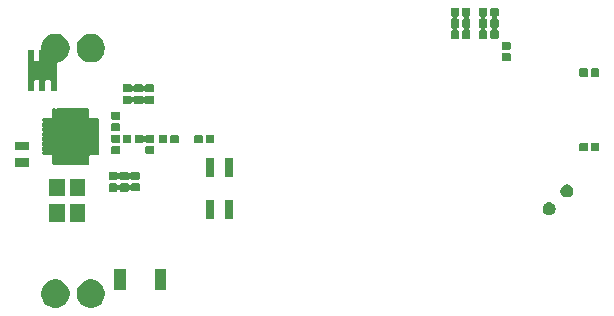
<source format=gbr>
G04 #@! TF.GenerationSoftware,KiCad,Pcbnew,5.1.5-52549c5~84~ubuntu19.04.1*
G04 #@! TF.CreationDate,2020-02-08T22:23:32+01:00*
G04 #@! TF.ProjectId,ilulissat,696c756c-6973-4736-9174-2e6b69636164,rev?*
G04 #@! TF.SameCoordinates,Original*
G04 #@! TF.FileFunction,Soldermask,Top*
G04 #@! TF.FilePolarity,Negative*
%FSLAX46Y46*%
G04 Gerber Fmt 4.6, Leading zero omitted, Abs format (unit mm)*
G04 Created by KiCad (PCBNEW 5.1.5-52549c5~84~ubuntu19.04.1) date 2020-02-08 22:23:32*
%MOMM*%
%LPD*%
G04 APERTURE LIST*
%ADD10C,0.100000*%
G04 APERTURE END LIST*
D10*
G36*
X149850318Y-109245153D02*
G01*
X150068885Y-109335687D01*
X150068887Y-109335688D01*
X150265593Y-109467122D01*
X150432878Y-109634407D01*
X150564312Y-109831113D01*
X150564313Y-109831115D01*
X150654847Y-110049682D01*
X150701000Y-110281710D01*
X150701000Y-110518290D01*
X150654847Y-110750318D01*
X150564313Y-110968885D01*
X150564312Y-110968887D01*
X150432878Y-111165593D01*
X150265593Y-111332878D01*
X150068887Y-111464312D01*
X150068886Y-111464313D01*
X150068885Y-111464313D01*
X149850318Y-111554847D01*
X149618290Y-111601000D01*
X149381710Y-111601000D01*
X149149682Y-111554847D01*
X148931115Y-111464313D01*
X148931114Y-111464313D01*
X148931113Y-111464312D01*
X148734407Y-111332878D01*
X148567122Y-111165593D01*
X148435688Y-110968887D01*
X148435687Y-110968885D01*
X148345153Y-110750318D01*
X148299000Y-110518290D01*
X148299000Y-110281710D01*
X148345153Y-110049682D01*
X148435687Y-109831115D01*
X148435688Y-109831113D01*
X148567122Y-109634407D01*
X148734407Y-109467122D01*
X148931113Y-109335688D01*
X148931115Y-109335687D01*
X149149682Y-109245153D01*
X149381710Y-109199000D01*
X149618290Y-109199000D01*
X149850318Y-109245153D01*
G37*
G36*
X146850318Y-109245153D02*
G01*
X147068885Y-109335687D01*
X147068887Y-109335688D01*
X147265593Y-109467122D01*
X147432878Y-109634407D01*
X147564312Y-109831113D01*
X147564313Y-109831115D01*
X147654847Y-110049682D01*
X147701000Y-110281710D01*
X147701000Y-110518290D01*
X147654847Y-110750318D01*
X147564313Y-110968885D01*
X147564312Y-110968887D01*
X147432878Y-111165593D01*
X147265593Y-111332878D01*
X147068887Y-111464312D01*
X147068886Y-111464313D01*
X147068885Y-111464313D01*
X146850318Y-111554847D01*
X146618290Y-111601000D01*
X146381710Y-111601000D01*
X146149682Y-111554847D01*
X145931115Y-111464313D01*
X145931114Y-111464313D01*
X145931113Y-111464312D01*
X145734407Y-111332878D01*
X145567122Y-111165593D01*
X145435688Y-110968887D01*
X145435687Y-110968885D01*
X145345153Y-110750318D01*
X145299000Y-110518290D01*
X145299000Y-110281710D01*
X145345153Y-110049682D01*
X145435687Y-109831115D01*
X145435688Y-109831113D01*
X145567122Y-109634407D01*
X145734407Y-109467122D01*
X145931113Y-109335688D01*
X145931115Y-109335687D01*
X146149682Y-109245153D01*
X146381710Y-109199000D01*
X146618290Y-109199000D01*
X146850318Y-109245153D01*
G37*
G36*
X155901000Y-110101000D02*
G01*
X154899000Y-110101000D01*
X154899000Y-108299000D01*
X155901000Y-108299000D01*
X155901000Y-110101000D01*
G37*
G36*
X152501000Y-110101000D02*
G01*
X151499000Y-110101000D01*
X151499000Y-108299000D01*
X152501000Y-108299000D01*
X152501000Y-110101000D01*
G37*
G36*
X147301000Y-104351000D02*
G01*
X145999000Y-104351000D01*
X145999000Y-102849000D01*
X147301000Y-102849000D01*
X147301000Y-104351000D01*
G37*
G36*
X149001000Y-104351000D02*
G01*
X147699000Y-104351000D01*
X147699000Y-102849000D01*
X149001000Y-102849000D01*
X149001000Y-104351000D01*
G37*
G36*
X159951000Y-104051000D02*
G01*
X159249000Y-104051000D01*
X159249000Y-102449000D01*
X159951000Y-102449000D01*
X159951000Y-104051000D01*
G37*
G36*
X161551000Y-104051000D02*
G01*
X160849000Y-104051000D01*
X160849000Y-102449000D01*
X161551000Y-102449000D01*
X161551000Y-104051000D01*
G37*
G36*
X188460721Y-102670174D02*
G01*
X188560995Y-102711709D01*
X188560996Y-102711710D01*
X188651242Y-102772010D01*
X188727990Y-102848758D01*
X188758345Y-102894188D01*
X188788291Y-102939005D01*
X188829826Y-103039279D01*
X188851000Y-103145730D01*
X188851000Y-103254270D01*
X188829826Y-103360721D01*
X188788291Y-103460995D01*
X188788290Y-103460996D01*
X188727990Y-103551242D01*
X188651242Y-103627990D01*
X188605812Y-103658345D01*
X188560995Y-103688291D01*
X188460721Y-103729826D01*
X188354270Y-103751000D01*
X188245730Y-103751000D01*
X188139279Y-103729826D01*
X188039005Y-103688291D01*
X187994188Y-103658345D01*
X187948758Y-103627990D01*
X187872010Y-103551242D01*
X187811710Y-103460996D01*
X187811709Y-103460995D01*
X187770174Y-103360721D01*
X187749000Y-103254270D01*
X187749000Y-103145730D01*
X187770174Y-103039279D01*
X187811709Y-102939005D01*
X187841655Y-102894188D01*
X187872010Y-102848758D01*
X187948758Y-102772010D01*
X188039004Y-102711710D01*
X188039005Y-102711709D01*
X188139279Y-102670174D01*
X188245730Y-102649000D01*
X188354270Y-102649000D01*
X188460721Y-102670174D01*
G37*
G36*
X189960721Y-101170174D02*
G01*
X190060995Y-101211709D01*
X190060996Y-101211710D01*
X190151242Y-101272010D01*
X190227990Y-101348758D01*
X190227991Y-101348760D01*
X190288291Y-101439005D01*
X190329826Y-101539279D01*
X190351000Y-101645730D01*
X190351000Y-101754270D01*
X190329826Y-101860721D01*
X190288291Y-101960995D01*
X190288290Y-101960996D01*
X190227990Y-102051242D01*
X190151242Y-102127990D01*
X190116805Y-102151000D01*
X190060995Y-102188291D01*
X189960721Y-102229826D01*
X189854270Y-102251000D01*
X189745730Y-102251000D01*
X189639279Y-102229826D01*
X189539005Y-102188291D01*
X189483195Y-102151000D01*
X189448758Y-102127990D01*
X189372010Y-102051242D01*
X189311710Y-101960996D01*
X189311709Y-101960995D01*
X189270174Y-101860721D01*
X189249000Y-101754270D01*
X189249000Y-101645730D01*
X189270174Y-101539279D01*
X189311709Y-101439005D01*
X189372009Y-101348760D01*
X189372010Y-101348758D01*
X189448758Y-101272010D01*
X189539004Y-101211710D01*
X189539005Y-101211709D01*
X189639279Y-101170174D01*
X189745730Y-101149000D01*
X189854270Y-101149000D01*
X189960721Y-101170174D01*
G37*
G36*
X147301000Y-102151000D02*
G01*
X145999000Y-102151000D01*
X145999000Y-100649000D01*
X147301000Y-100649000D01*
X147301000Y-102151000D01*
G37*
G36*
X149001000Y-102151000D02*
G01*
X147699000Y-102151000D01*
X147699000Y-100649000D01*
X149001000Y-100649000D01*
X149001000Y-102151000D01*
G37*
G36*
X153548738Y-101056516D02*
G01*
X153569357Y-101062771D01*
X153588353Y-101072924D01*
X153605008Y-101086592D01*
X153618676Y-101103247D01*
X153628829Y-101122243D01*
X153635084Y-101142862D01*
X153637800Y-101170440D01*
X153637800Y-101629160D01*
X153635084Y-101656738D01*
X153628829Y-101677357D01*
X153618676Y-101696353D01*
X153605008Y-101713008D01*
X153588353Y-101726676D01*
X153569357Y-101736829D01*
X153548738Y-101743084D01*
X153521160Y-101745800D01*
X153012440Y-101745800D01*
X152984862Y-101743084D01*
X152964243Y-101736829D01*
X152945247Y-101726676D01*
X152928592Y-101713008D01*
X152914924Y-101696353D01*
X152912277Y-101691400D01*
X152898663Y-101671026D01*
X152881336Y-101653699D01*
X152860961Y-101640086D01*
X152838322Y-101630709D01*
X152814289Y-101625929D01*
X152789785Y-101625929D01*
X152765751Y-101630710D01*
X152743113Y-101640088D01*
X152722739Y-101653702D01*
X152705412Y-101671029D01*
X152691800Y-101691402D01*
X152682365Y-101709053D01*
X152668698Y-101725708D01*
X152652043Y-101739376D01*
X152633047Y-101749529D01*
X152612428Y-101755784D01*
X152584850Y-101758500D01*
X152076130Y-101758500D01*
X152048552Y-101755784D01*
X152027933Y-101749529D01*
X152008937Y-101739376D01*
X151992282Y-101725708D01*
X151978616Y-101709055D01*
X151964479Y-101682607D01*
X151950865Y-101662232D01*
X151933537Y-101644905D01*
X151913163Y-101631292D01*
X151890524Y-101621915D01*
X151866490Y-101617135D01*
X151841986Y-101617135D01*
X151817953Y-101621916D01*
X151795315Y-101631293D01*
X151774940Y-101644907D01*
X151757613Y-101662235D01*
X151744001Y-101682607D01*
X151729864Y-101709055D01*
X151716198Y-101725708D01*
X151699543Y-101739376D01*
X151680547Y-101749529D01*
X151659928Y-101755784D01*
X151632350Y-101758500D01*
X151123630Y-101758500D01*
X151096052Y-101755784D01*
X151075433Y-101749529D01*
X151056437Y-101739376D01*
X151039782Y-101725708D01*
X151026114Y-101709053D01*
X151015961Y-101690057D01*
X151009706Y-101669438D01*
X151006990Y-101641860D01*
X151006990Y-101183140D01*
X151009706Y-101155562D01*
X151015961Y-101134943D01*
X151026114Y-101115947D01*
X151039782Y-101099292D01*
X151056437Y-101085624D01*
X151075433Y-101075471D01*
X151096052Y-101069216D01*
X151123630Y-101066500D01*
X151632350Y-101066500D01*
X151659928Y-101069216D01*
X151680547Y-101075471D01*
X151699543Y-101085624D01*
X151716198Y-101099292D01*
X151729864Y-101115945D01*
X151744001Y-101142393D01*
X151757615Y-101162768D01*
X151774943Y-101180095D01*
X151795317Y-101193708D01*
X151817956Y-101203085D01*
X151841990Y-101207865D01*
X151866494Y-101207865D01*
X151890527Y-101203084D01*
X151913165Y-101193707D01*
X151933540Y-101180093D01*
X151950867Y-101162765D01*
X151964479Y-101142393D01*
X151978616Y-101115945D01*
X151992282Y-101099292D01*
X152008937Y-101085624D01*
X152027933Y-101075471D01*
X152048552Y-101069216D01*
X152076130Y-101066500D01*
X152584850Y-101066500D01*
X152612428Y-101069216D01*
X152633047Y-101075471D01*
X152652043Y-101085624D01*
X152668698Y-101099292D01*
X152682366Y-101115947D01*
X152685013Y-101120900D01*
X152698627Y-101141274D01*
X152715954Y-101158601D01*
X152736329Y-101172214D01*
X152758968Y-101181591D01*
X152783001Y-101186371D01*
X152807505Y-101186371D01*
X152831539Y-101181590D01*
X152854177Y-101172212D01*
X152874551Y-101158598D01*
X152891878Y-101141271D01*
X152905490Y-101120898D01*
X152914925Y-101103247D01*
X152928592Y-101086592D01*
X152945247Y-101072924D01*
X152964243Y-101062771D01*
X152984862Y-101056516D01*
X153012440Y-101053800D01*
X153521160Y-101053800D01*
X153548738Y-101056516D01*
G37*
G36*
X153548738Y-100086516D02*
G01*
X153569357Y-100092771D01*
X153588353Y-100102924D01*
X153605008Y-100116592D01*
X153618676Y-100133247D01*
X153628829Y-100152243D01*
X153635084Y-100172862D01*
X153637800Y-100200440D01*
X153637800Y-100659160D01*
X153635084Y-100686738D01*
X153628829Y-100707357D01*
X153618676Y-100726353D01*
X153605008Y-100743008D01*
X153588353Y-100756676D01*
X153569357Y-100766829D01*
X153548738Y-100773084D01*
X153521160Y-100775800D01*
X153012440Y-100775800D01*
X152984862Y-100773084D01*
X152964243Y-100766829D01*
X152945247Y-100756676D01*
X152928592Y-100743008D01*
X152914924Y-100726353D01*
X152912277Y-100721400D01*
X152898663Y-100701026D01*
X152881336Y-100683699D01*
X152860961Y-100670086D01*
X152838322Y-100660709D01*
X152814289Y-100655929D01*
X152789785Y-100655929D01*
X152765751Y-100660710D01*
X152743113Y-100670088D01*
X152722739Y-100683702D01*
X152705412Y-100701029D01*
X152691800Y-100721402D01*
X152682365Y-100739053D01*
X152668698Y-100755708D01*
X152652043Y-100769376D01*
X152633047Y-100779529D01*
X152612428Y-100785784D01*
X152584850Y-100788500D01*
X152076130Y-100788500D01*
X152048552Y-100785784D01*
X152027933Y-100779529D01*
X152008937Y-100769376D01*
X151992282Y-100755708D01*
X151978616Y-100739055D01*
X151964479Y-100712607D01*
X151950865Y-100692232D01*
X151933537Y-100674905D01*
X151913163Y-100661292D01*
X151890524Y-100651915D01*
X151866490Y-100647135D01*
X151841986Y-100647135D01*
X151817953Y-100651916D01*
X151795315Y-100661293D01*
X151774940Y-100674907D01*
X151757613Y-100692235D01*
X151744001Y-100712607D01*
X151729864Y-100739055D01*
X151716198Y-100755708D01*
X151699543Y-100769376D01*
X151680547Y-100779529D01*
X151659928Y-100785784D01*
X151632350Y-100788500D01*
X151123630Y-100788500D01*
X151096052Y-100785784D01*
X151075433Y-100779529D01*
X151056437Y-100769376D01*
X151039782Y-100755708D01*
X151026114Y-100739053D01*
X151015961Y-100720057D01*
X151009706Y-100699438D01*
X151006990Y-100671860D01*
X151006990Y-100213140D01*
X151009706Y-100185562D01*
X151015961Y-100164943D01*
X151026114Y-100145947D01*
X151039782Y-100129292D01*
X151056437Y-100115624D01*
X151075433Y-100105471D01*
X151096052Y-100099216D01*
X151123630Y-100096500D01*
X151632350Y-100096500D01*
X151659928Y-100099216D01*
X151680547Y-100105471D01*
X151699543Y-100115624D01*
X151716198Y-100129292D01*
X151729864Y-100145945D01*
X151744001Y-100172393D01*
X151757615Y-100192768D01*
X151774943Y-100210095D01*
X151795317Y-100223708D01*
X151817956Y-100233085D01*
X151841990Y-100237865D01*
X151866494Y-100237865D01*
X151890527Y-100233084D01*
X151913165Y-100223707D01*
X151933540Y-100210093D01*
X151950867Y-100192765D01*
X151964479Y-100172393D01*
X151978616Y-100145945D01*
X151992282Y-100129292D01*
X152008937Y-100115624D01*
X152027933Y-100105471D01*
X152048552Y-100099216D01*
X152076130Y-100096500D01*
X152584850Y-100096500D01*
X152612428Y-100099216D01*
X152633047Y-100105471D01*
X152652043Y-100115624D01*
X152668698Y-100129292D01*
X152682366Y-100145947D01*
X152685013Y-100150900D01*
X152698627Y-100171274D01*
X152715954Y-100188601D01*
X152736329Y-100202214D01*
X152758968Y-100211591D01*
X152783001Y-100216371D01*
X152807505Y-100216371D01*
X152831539Y-100211590D01*
X152854177Y-100202212D01*
X152874551Y-100188598D01*
X152891878Y-100171271D01*
X152905490Y-100150898D01*
X152914925Y-100133247D01*
X152928592Y-100116592D01*
X152945247Y-100102924D01*
X152964243Y-100092771D01*
X152984862Y-100086516D01*
X153012440Y-100083800D01*
X153521160Y-100083800D01*
X153548738Y-100086516D01*
G37*
G36*
X161551000Y-100551000D02*
G01*
X160849000Y-100551000D01*
X160849000Y-98949000D01*
X161551000Y-98949000D01*
X161551000Y-100551000D01*
G37*
G36*
X159951000Y-100551000D02*
G01*
X159249000Y-100551000D01*
X159249000Y-98949000D01*
X159951000Y-98949000D01*
X159951000Y-100551000D01*
G37*
G36*
X144301000Y-99651000D02*
G01*
X143099000Y-99651000D01*
X143099000Y-98949000D01*
X144301000Y-98949000D01*
X144301000Y-99651000D01*
G37*
G36*
X146458126Y-94698698D02*
G01*
X146458730Y-94698757D01*
X146479460Y-94702881D01*
X146497844Y-94710496D01*
X146501538Y-94712964D01*
X146523149Y-94724516D01*
X146546598Y-94731629D01*
X146570984Y-94734031D01*
X146595370Y-94731629D01*
X146618819Y-94724516D01*
X146650282Y-94705658D01*
X146655109Y-94701696D01*
X146657255Y-94700550D01*
X146659584Y-94699843D01*
X146668143Y-94699000D01*
X146931857Y-94699000D01*
X146940416Y-94699843D01*
X146944556Y-94701099D01*
X146963716Y-94709035D01*
X146987750Y-94713815D01*
X147012254Y-94713815D01*
X147036287Y-94709034D01*
X147055445Y-94701099D01*
X147059584Y-94699843D01*
X147068143Y-94699000D01*
X147331857Y-94699000D01*
X147340416Y-94699843D01*
X147344556Y-94701099D01*
X147363716Y-94709035D01*
X147387750Y-94713815D01*
X147412254Y-94713815D01*
X147436287Y-94709034D01*
X147455445Y-94701099D01*
X147459584Y-94699843D01*
X147468143Y-94699000D01*
X147731857Y-94699000D01*
X147740416Y-94699843D01*
X147744556Y-94701099D01*
X147763716Y-94709035D01*
X147787750Y-94713815D01*
X147812254Y-94713815D01*
X147836287Y-94709034D01*
X147855445Y-94701099D01*
X147859584Y-94699843D01*
X147868143Y-94699000D01*
X148131857Y-94699000D01*
X148140416Y-94699843D01*
X148144556Y-94701099D01*
X148163716Y-94709035D01*
X148187750Y-94713815D01*
X148212254Y-94713815D01*
X148236287Y-94709034D01*
X148255445Y-94701099D01*
X148259584Y-94699843D01*
X148268143Y-94699000D01*
X148531857Y-94699000D01*
X148540416Y-94699843D01*
X148544556Y-94701099D01*
X148563716Y-94709035D01*
X148587750Y-94713815D01*
X148612254Y-94713815D01*
X148636287Y-94709034D01*
X148655445Y-94701099D01*
X148659584Y-94699843D01*
X148668143Y-94699000D01*
X148931857Y-94699000D01*
X148940416Y-94699843D01*
X148942745Y-94700550D01*
X148944891Y-94701696D01*
X148949718Y-94705658D01*
X148970092Y-94719272D01*
X148992731Y-94728649D01*
X149016764Y-94733429D01*
X149041268Y-94733429D01*
X149065302Y-94728648D01*
X149098462Y-94712964D01*
X149102156Y-94710496D01*
X149120540Y-94702881D01*
X149141270Y-94698757D01*
X149141874Y-94698698D01*
X149153062Y-94698148D01*
X149246938Y-94698148D01*
X149258126Y-94698698D01*
X149258730Y-94698757D01*
X149279460Y-94702881D01*
X149297842Y-94710495D01*
X149314386Y-94721550D01*
X149328450Y-94735614D01*
X149339505Y-94752158D01*
X149347119Y-94770540D01*
X149351243Y-94791270D01*
X149351302Y-94791874D01*
X149351852Y-94803062D01*
X149351852Y-95423149D01*
X149354254Y-95447535D01*
X149361367Y-95470984D01*
X149372918Y-95492595D01*
X149388463Y-95511537D01*
X149407405Y-95527082D01*
X149429016Y-95538633D01*
X149452465Y-95545746D01*
X149476851Y-95548148D01*
X150096938Y-95548148D01*
X150108126Y-95548698D01*
X150108730Y-95548757D01*
X150129460Y-95552881D01*
X150147842Y-95560495D01*
X150164386Y-95571550D01*
X150178450Y-95585614D01*
X150189505Y-95602158D01*
X150197119Y-95620540D01*
X150201243Y-95641270D01*
X150201302Y-95641874D01*
X150201852Y-95653062D01*
X150201852Y-95746938D01*
X150201302Y-95758126D01*
X150201243Y-95758730D01*
X150197119Y-95779460D01*
X150189504Y-95797844D01*
X150187036Y-95801538D01*
X150175484Y-95823149D01*
X150168371Y-95846598D01*
X150165969Y-95870984D01*
X150168371Y-95895370D01*
X150175484Y-95918819D01*
X150194342Y-95950282D01*
X150198304Y-95955109D01*
X150199450Y-95957255D01*
X150200157Y-95959584D01*
X150201000Y-95968143D01*
X150201000Y-96231857D01*
X150200157Y-96240416D01*
X150198901Y-96244556D01*
X150190965Y-96263716D01*
X150186185Y-96287750D01*
X150186185Y-96312254D01*
X150190966Y-96336287D01*
X150198901Y-96355445D01*
X150200157Y-96359584D01*
X150201000Y-96368143D01*
X150201000Y-96631857D01*
X150200157Y-96640416D01*
X150198901Y-96644556D01*
X150190965Y-96663716D01*
X150186185Y-96687750D01*
X150186185Y-96712254D01*
X150190966Y-96736287D01*
X150198901Y-96755445D01*
X150200157Y-96759584D01*
X150201000Y-96768143D01*
X150201000Y-97031857D01*
X150200157Y-97040416D01*
X150198901Y-97044556D01*
X150190965Y-97063716D01*
X150186185Y-97087750D01*
X150186185Y-97112254D01*
X150190966Y-97136287D01*
X150198901Y-97155445D01*
X150200157Y-97159584D01*
X150201000Y-97168143D01*
X150201000Y-97431857D01*
X150200157Y-97440416D01*
X150198901Y-97444556D01*
X150190965Y-97463716D01*
X150186185Y-97487750D01*
X150186185Y-97512254D01*
X150190966Y-97536287D01*
X150198901Y-97555445D01*
X150200157Y-97559584D01*
X150201000Y-97568143D01*
X150201000Y-97831857D01*
X150200157Y-97840416D01*
X150198901Y-97844556D01*
X150190965Y-97863716D01*
X150186185Y-97887750D01*
X150186185Y-97912254D01*
X150190966Y-97936287D01*
X150198901Y-97955445D01*
X150200157Y-97959584D01*
X150201000Y-97968143D01*
X150201000Y-98231857D01*
X150200157Y-98240416D01*
X150199450Y-98242745D01*
X150198304Y-98244891D01*
X150194342Y-98249718D01*
X150180728Y-98270092D01*
X150171351Y-98292731D01*
X150166571Y-98316764D01*
X150166571Y-98341268D01*
X150171352Y-98365302D01*
X150187036Y-98398462D01*
X150189504Y-98402156D01*
X150197119Y-98420540D01*
X150201243Y-98441270D01*
X150201302Y-98441874D01*
X150201852Y-98453062D01*
X150201852Y-98546938D01*
X150201302Y-98558126D01*
X150201243Y-98558730D01*
X150197119Y-98579460D01*
X150189505Y-98597842D01*
X150178450Y-98614386D01*
X150164386Y-98628450D01*
X150147842Y-98639505D01*
X150129460Y-98647119D01*
X150108730Y-98651243D01*
X150108126Y-98651302D01*
X150096938Y-98651852D01*
X149476851Y-98651852D01*
X149452465Y-98654254D01*
X149429016Y-98661367D01*
X149407405Y-98672918D01*
X149388463Y-98688463D01*
X149372918Y-98707405D01*
X149361367Y-98729016D01*
X149354254Y-98752465D01*
X149351852Y-98776851D01*
X149351852Y-99396938D01*
X149351302Y-99408126D01*
X149351243Y-99408730D01*
X149347119Y-99429460D01*
X149339505Y-99447842D01*
X149328450Y-99464386D01*
X149314386Y-99478450D01*
X149297842Y-99489505D01*
X149279460Y-99497119D01*
X149258730Y-99501243D01*
X149258126Y-99501302D01*
X149246938Y-99501852D01*
X149153062Y-99501852D01*
X149141874Y-99501302D01*
X149141270Y-99501243D01*
X149120540Y-99497119D01*
X149102156Y-99489504D01*
X149098462Y-99487036D01*
X149076851Y-99475484D01*
X149053402Y-99468371D01*
X149029016Y-99465969D01*
X149004630Y-99468371D01*
X148981181Y-99475484D01*
X148949718Y-99494342D01*
X148944891Y-99498304D01*
X148942745Y-99499450D01*
X148940416Y-99500157D01*
X148931857Y-99501000D01*
X148668143Y-99501000D01*
X148659584Y-99500157D01*
X148655444Y-99498901D01*
X148636284Y-99490965D01*
X148612250Y-99486185D01*
X148587746Y-99486185D01*
X148563713Y-99490966D01*
X148544555Y-99498901D01*
X148540416Y-99500157D01*
X148531857Y-99501000D01*
X148268143Y-99501000D01*
X148259584Y-99500157D01*
X148255444Y-99498901D01*
X148236284Y-99490965D01*
X148212250Y-99486185D01*
X148187746Y-99486185D01*
X148163713Y-99490966D01*
X148144555Y-99498901D01*
X148140416Y-99500157D01*
X148131857Y-99501000D01*
X147868143Y-99501000D01*
X147859584Y-99500157D01*
X147855444Y-99498901D01*
X147836284Y-99490965D01*
X147812250Y-99486185D01*
X147787746Y-99486185D01*
X147763713Y-99490966D01*
X147744555Y-99498901D01*
X147740416Y-99500157D01*
X147731857Y-99501000D01*
X147468143Y-99501000D01*
X147459584Y-99500157D01*
X147455444Y-99498901D01*
X147436284Y-99490965D01*
X147412250Y-99486185D01*
X147387746Y-99486185D01*
X147363713Y-99490966D01*
X147344555Y-99498901D01*
X147340416Y-99500157D01*
X147331857Y-99501000D01*
X147068143Y-99501000D01*
X147059584Y-99500157D01*
X147055444Y-99498901D01*
X147036284Y-99490965D01*
X147012250Y-99486185D01*
X146987746Y-99486185D01*
X146963713Y-99490966D01*
X146944555Y-99498901D01*
X146940416Y-99500157D01*
X146931857Y-99501000D01*
X146668143Y-99501000D01*
X146659584Y-99500157D01*
X146657255Y-99499450D01*
X146655109Y-99498304D01*
X146650282Y-99494342D01*
X146629908Y-99480728D01*
X146607269Y-99471351D01*
X146583236Y-99466571D01*
X146558732Y-99466571D01*
X146534698Y-99471352D01*
X146501538Y-99487036D01*
X146497844Y-99489504D01*
X146479460Y-99497119D01*
X146458730Y-99501243D01*
X146458126Y-99501302D01*
X146446938Y-99501852D01*
X146353062Y-99501852D01*
X146341874Y-99501302D01*
X146341270Y-99501243D01*
X146320540Y-99497119D01*
X146302158Y-99489505D01*
X146285614Y-99478450D01*
X146271550Y-99464386D01*
X146260495Y-99447842D01*
X146252881Y-99429460D01*
X146248757Y-99408730D01*
X146248698Y-99408126D01*
X146248148Y-99396938D01*
X146248148Y-98776851D01*
X146245746Y-98752465D01*
X146238633Y-98729016D01*
X146227082Y-98707405D01*
X146211537Y-98688463D01*
X146192595Y-98672918D01*
X146170984Y-98661367D01*
X146147535Y-98654254D01*
X146123149Y-98651852D01*
X145503062Y-98651852D01*
X145491874Y-98651302D01*
X145491270Y-98651243D01*
X145470540Y-98647119D01*
X145452158Y-98639505D01*
X145435614Y-98628450D01*
X145421550Y-98614386D01*
X145410495Y-98597842D01*
X145402881Y-98579460D01*
X145398757Y-98558730D01*
X145398698Y-98558126D01*
X145398148Y-98546938D01*
X145398148Y-98453062D01*
X145398698Y-98441874D01*
X145398757Y-98441270D01*
X145402881Y-98420540D01*
X145410496Y-98402156D01*
X145412964Y-98398462D01*
X145424516Y-98376851D01*
X145431629Y-98353402D01*
X145434031Y-98329016D01*
X145431629Y-98304630D01*
X145424516Y-98281181D01*
X145405658Y-98249718D01*
X145401696Y-98244891D01*
X145400550Y-98242745D01*
X145399843Y-98240416D01*
X145399000Y-98231857D01*
X145399000Y-97968143D01*
X145399843Y-97959584D01*
X145401099Y-97955444D01*
X145409035Y-97936284D01*
X145413815Y-97912250D01*
X145413815Y-97887746D01*
X145409034Y-97863713D01*
X145401099Y-97844555D01*
X145399843Y-97840416D01*
X145399000Y-97831857D01*
X145399000Y-97568143D01*
X145399843Y-97559584D01*
X145401099Y-97555444D01*
X145409035Y-97536284D01*
X145413815Y-97512250D01*
X145413815Y-97487746D01*
X145409034Y-97463713D01*
X145401099Y-97444555D01*
X145399843Y-97440416D01*
X145399000Y-97431857D01*
X145399000Y-97168143D01*
X145399843Y-97159584D01*
X145401099Y-97155444D01*
X145409035Y-97136284D01*
X145413815Y-97112250D01*
X145413815Y-97087746D01*
X145409034Y-97063713D01*
X145401099Y-97044555D01*
X145399843Y-97040416D01*
X145399000Y-97031857D01*
X145399000Y-96768143D01*
X145399843Y-96759584D01*
X145401099Y-96755444D01*
X145409035Y-96736284D01*
X145413815Y-96712250D01*
X145413815Y-96687746D01*
X145409034Y-96663713D01*
X145401099Y-96644555D01*
X145399843Y-96640416D01*
X145399000Y-96631857D01*
X145399000Y-96368143D01*
X145399843Y-96359584D01*
X145401099Y-96355444D01*
X145409035Y-96336284D01*
X145413815Y-96312250D01*
X145413815Y-96287746D01*
X145409034Y-96263713D01*
X145401099Y-96244555D01*
X145399843Y-96240416D01*
X145399000Y-96231857D01*
X145399000Y-95968143D01*
X145399843Y-95959584D01*
X145400550Y-95957255D01*
X145401696Y-95955109D01*
X145405658Y-95950282D01*
X145419272Y-95929908D01*
X145428649Y-95907269D01*
X145433429Y-95883236D01*
X145433429Y-95858732D01*
X145428648Y-95834698D01*
X145412964Y-95801538D01*
X145410496Y-95797844D01*
X145402881Y-95779460D01*
X145398757Y-95758730D01*
X145398698Y-95758126D01*
X145398148Y-95746938D01*
X145398148Y-95653062D01*
X145398698Y-95641874D01*
X145398757Y-95641270D01*
X145402881Y-95620540D01*
X145410495Y-95602158D01*
X145421550Y-95585614D01*
X145435614Y-95571550D01*
X145452158Y-95560495D01*
X145470540Y-95552881D01*
X145491270Y-95548757D01*
X145491874Y-95548698D01*
X145503062Y-95548148D01*
X146123149Y-95548148D01*
X146147535Y-95545746D01*
X146170984Y-95538633D01*
X146192595Y-95527082D01*
X146211537Y-95511537D01*
X146227082Y-95492595D01*
X146238633Y-95470984D01*
X146245746Y-95447535D01*
X146248148Y-95423149D01*
X146248148Y-94803062D01*
X146248698Y-94791874D01*
X146248757Y-94791270D01*
X146252881Y-94770540D01*
X146260495Y-94752158D01*
X146271550Y-94735614D01*
X146285614Y-94721550D01*
X146302158Y-94710495D01*
X146320540Y-94702881D01*
X146341270Y-94698757D01*
X146341874Y-94698698D01*
X146353062Y-94698148D01*
X146446938Y-94698148D01*
X146458126Y-94698698D01*
G37*
G36*
X154781938Y-97901716D02*
G01*
X154802557Y-97907971D01*
X154821553Y-97918124D01*
X154838208Y-97931792D01*
X154851876Y-97948447D01*
X154862029Y-97967443D01*
X154868284Y-97988062D01*
X154871000Y-98015640D01*
X154871000Y-98474360D01*
X154868284Y-98501938D01*
X154862029Y-98522557D01*
X154851876Y-98541553D01*
X154838208Y-98558208D01*
X154821553Y-98571876D01*
X154802557Y-98582029D01*
X154781938Y-98588284D01*
X154754360Y-98591000D01*
X154245640Y-98591000D01*
X154218062Y-98588284D01*
X154197443Y-98582029D01*
X154178447Y-98571876D01*
X154161792Y-98558208D01*
X154148124Y-98541553D01*
X154137971Y-98522557D01*
X154131716Y-98501938D01*
X154129000Y-98474360D01*
X154129000Y-98015640D01*
X154131716Y-97988062D01*
X154137971Y-97967443D01*
X154148124Y-97948447D01*
X154161792Y-97931792D01*
X154178447Y-97918124D01*
X154197443Y-97907971D01*
X154218062Y-97901716D01*
X154245640Y-97899000D01*
X154754360Y-97899000D01*
X154781938Y-97901716D01*
G37*
G36*
X151881938Y-97901716D02*
G01*
X151902557Y-97907971D01*
X151921553Y-97918124D01*
X151938208Y-97931792D01*
X151951876Y-97948447D01*
X151962029Y-97967443D01*
X151968284Y-97988062D01*
X151971000Y-98015640D01*
X151971000Y-98474360D01*
X151968284Y-98501938D01*
X151962029Y-98522557D01*
X151951876Y-98541553D01*
X151938208Y-98558208D01*
X151921553Y-98571876D01*
X151902557Y-98582029D01*
X151881938Y-98588284D01*
X151854360Y-98591000D01*
X151345640Y-98591000D01*
X151318062Y-98588284D01*
X151297443Y-98582029D01*
X151278447Y-98571876D01*
X151261792Y-98558208D01*
X151248124Y-98541553D01*
X151237971Y-98522557D01*
X151231716Y-98501938D01*
X151229000Y-98474360D01*
X151229000Y-98015640D01*
X151231716Y-97988062D01*
X151237971Y-97967443D01*
X151248124Y-97948447D01*
X151261792Y-97931792D01*
X151278447Y-97918124D01*
X151297443Y-97907971D01*
X151318062Y-97901716D01*
X151345640Y-97899000D01*
X151854360Y-97899000D01*
X151881938Y-97901716D01*
G37*
G36*
X191471938Y-97609716D02*
G01*
X191492557Y-97615971D01*
X191511553Y-97626124D01*
X191528208Y-97639792D01*
X191541876Y-97656447D01*
X191552029Y-97675443D01*
X191558284Y-97696062D01*
X191561000Y-97723640D01*
X191561000Y-98232360D01*
X191558284Y-98259938D01*
X191552029Y-98280557D01*
X191541876Y-98299553D01*
X191528208Y-98316208D01*
X191511553Y-98329876D01*
X191492557Y-98340029D01*
X191471938Y-98346284D01*
X191444360Y-98349000D01*
X190985640Y-98349000D01*
X190958062Y-98346284D01*
X190937443Y-98340029D01*
X190918447Y-98329876D01*
X190901792Y-98316208D01*
X190888124Y-98299553D01*
X190877971Y-98280557D01*
X190871716Y-98259938D01*
X190869000Y-98232360D01*
X190869000Y-97723640D01*
X190871716Y-97696062D01*
X190877971Y-97675443D01*
X190888124Y-97656447D01*
X190901792Y-97639792D01*
X190918447Y-97626124D01*
X190937443Y-97615971D01*
X190958062Y-97609716D01*
X190985640Y-97607000D01*
X191444360Y-97607000D01*
X191471938Y-97609716D01*
G37*
G36*
X192441938Y-97609716D02*
G01*
X192462557Y-97615971D01*
X192481553Y-97626124D01*
X192498208Y-97639792D01*
X192511876Y-97656447D01*
X192522029Y-97675443D01*
X192528284Y-97696062D01*
X192531000Y-97723640D01*
X192531000Y-98232360D01*
X192528284Y-98259938D01*
X192522029Y-98280557D01*
X192511876Y-98299553D01*
X192498208Y-98316208D01*
X192481553Y-98329876D01*
X192462557Y-98340029D01*
X192441938Y-98346284D01*
X192414360Y-98349000D01*
X191955640Y-98349000D01*
X191928062Y-98346284D01*
X191907443Y-98340029D01*
X191888447Y-98329876D01*
X191871792Y-98316208D01*
X191858124Y-98299553D01*
X191847971Y-98280557D01*
X191841716Y-98259938D01*
X191839000Y-98232360D01*
X191839000Y-97723640D01*
X191841716Y-97696062D01*
X191847971Y-97675443D01*
X191858124Y-97656447D01*
X191871792Y-97639792D01*
X191888447Y-97626124D01*
X191907443Y-97615971D01*
X191928062Y-97609716D01*
X191955640Y-97607000D01*
X192414360Y-97607000D01*
X192441938Y-97609716D01*
G37*
G36*
X144301000Y-98251000D02*
G01*
X143099000Y-98251000D01*
X143099000Y-97549000D01*
X144301000Y-97549000D01*
X144301000Y-98251000D01*
G37*
G36*
X152851938Y-96931716D02*
G01*
X152872557Y-96937971D01*
X152891553Y-96948124D01*
X152908208Y-96961792D01*
X152921876Y-96978447D01*
X152932029Y-96997443D01*
X152938284Y-97018062D01*
X152941000Y-97045640D01*
X152941000Y-97554360D01*
X152938284Y-97581938D01*
X152932029Y-97602557D01*
X152921876Y-97621553D01*
X152908208Y-97638208D01*
X152891553Y-97651876D01*
X152872557Y-97662029D01*
X152851938Y-97668284D01*
X152824360Y-97671000D01*
X152365640Y-97671000D01*
X152338062Y-97668284D01*
X152317443Y-97662029D01*
X152298447Y-97651876D01*
X152281792Y-97638208D01*
X152268124Y-97621553D01*
X152257971Y-97602557D01*
X152251716Y-97581938D01*
X152249000Y-97554360D01*
X152249000Y-97045640D01*
X152251716Y-97018062D01*
X152257971Y-96997443D01*
X152268124Y-96978447D01*
X152281792Y-96961792D01*
X152298447Y-96948124D01*
X152317443Y-96937971D01*
X152338062Y-96931716D01*
X152365640Y-96929000D01*
X152824360Y-96929000D01*
X152851938Y-96931716D01*
G37*
G36*
X153821938Y-96931716D02*
G01*
X153842557Y-96937971D01*
X153861553Y-96948124D01*
X153878208Y-96961792D01*
X153891876Y-96978447D01*
X153904703Y-97002444D01*
X153909759Y-97014653D01*
X153923373Y-97035027D01*
X153940699Y-97052355D01*
X153961073Y-97065969D01*
X153983712Y-97075347D01*
X154007745Y-97080128D01*
X154032249Y-97080128D01*
X154056283Y-97075348D01*
X154078922Y-97065972D01*
X154099296Y-97052358D01*
X154116624Y-97035032D01*
X154130238Y-97014658D01*
X154135296Y-97002447D01*
X154148124Y-96978447D01*
X154161792Y-96961792D01*
X154178447Y-96948124D01*
X154197443Y-96937971D01*
X154218062Y-96931716D01*
X154245640Y-96929000D01*
X154754360Y-96929000D01*
X154781938Y-96931716D01*
X154802557Y-96937971D01*
X154821553Y-96948124D01*
X154838208Y-96961792D01*
X154851876Y-96978447D01*
X154862029Y-96997443D01*
X154868284Y-97018062D01*
X154871000Y-97045640D01*
X154871000Y-97504360D01*
X154868284Y-97531938D01*
X154862029Y-97552557D01*
X154851876Y-97571553D01*
X154838208Y-97588208D01*
X154821553Y-97601876D01*
X154802557Y-97612029D01*
X154781938Y-97618284D01*
X154754360Y-97621000D01*
X154245640Y-97621000D01*
X154218062Y-97618284D01*
X154197443Y-97612029D01*
X154178447Y-97601876D01*
X154161792Y-97588208D01*
X154148126Y-97571554D01*
X154139382Y-97555197D01*
X154125768Y-97534823D01*
X154108440Y-97517496D01*
X154088065Y-97503883D01*
X154065426Y-97494506D01*
X154041393Y-97489727D01*
X154016889Y-97489727D01*
X153992856Y-97494508D01*
X153970217Y-97503886D01*
X153949843Y-97517500D01*
X153932516Y-97534828D01*
X153918903Y-97555203D01*
X153909527Y-97577840D01*
X153902030Y-97602556D01*
X153891876Y-97621553D01*
X153878208Y-97638208D01*
X153861553Y-97651876D01*
X153842557Y-97662029D01*
X153821938Y-97668284D01*
X153794360Y-97671000D01*
X153335640Y-97671000D01*
X153308062Y-97668284D01*
X153287443Y-97662029D01*
X153268447Y-97651876D01*
X153251792Y-97638208D01*
X153238124Y-97621553D01*
X153227971Y-97602557D01*
X153221716Y-97581938D01*
X153219000Y-97554360D01*
X153219000Y-97045640D01*
X153221716Y-97018062D01*
X153227971Y-96997443D01*
X153238124Y-96978447D01*
X153251792Y-96961792D01*
X153268447Y-96948124D01*
X153287443Y-96937971D01*
X153308062Y-96931716D01*
X153335640Y-96929000D01*
X153794360Y-96929000D01*
X153821938Y-96931716D01*
G37*
G36*
X155871938Y-96931716D02*
G01*
X155892557Y-96937971D01*
X155911553Y-96948124D01*
X155928208Y-96961792D01*
X155941876Y-96978447D01*
X155952029Y-96997443D01*
X155958284Y-97018062D01*
X155961000Y-97045640D01*
X155961000Y-97554360D01*
X155958284Y-97581938D01*
X155952029Y-97602557D01*
X155941876Y-97621553D01*
X155928208Y-97638208D01*
X155911553Y-97651876D01*
X155892557Y-97662029D01*
X155871938Y-97668284D01*
X155844360Y-97671000D01*
X155385640Y-97671000D01*
X155358062Y-97668284D01*
X155337443Y-97662029D01*
X155318447Y-97651876D01*
X155301792Y-97638208D01*
X155288124Y-97621553D01*
X155277971Y-97602557D01*
X155271716Y-97581938D01*
X155269000Y-97554360D01*
X155269000Y-97045640D01*
X155271716Y-97018062D01*
X155277971Y-96997443D01*
X155288124Y-96978447D01*
X155301792Y-96961792D01*
X155318447Y-96948124D01*
X155337443Y-96937971D01*
X155358062Y-96931716D01*
X155385640Y-96929000D01*
X155844360Y-96929000D01*
X155871938Y-96931716D01*
G37*
G36*
X156841938Y-96931716D02*
G01*
X156862557Y-96937971D01*
X156881553Y-96948124D01*
X156898208Y-96961792D01*
X156911876Y-96978447D01*
X156922029Y-96997443D01*
X156928284Y-97018062D01*
X156931000Y-97045640D01*
X156931000Y-97554360D01*
X156928284Y-97581938D01*
X156922029Y-97602557D01*
X156911876Y-97621553D01*
X156898208Y-97638208D01*
X156881553Y-97651876D01*
X156862557Y-97662029D01*
X156841938Y-97668284D01*
X156814360Y-97671000D01*
X156355640Y-97671000D01*
X156328062Y-97668284D01*
X156307443Y-97662029D01*
X156288447Y-97651876D01*
X156271792Y-97638208D01*
X156258124Y-97621553D01*
X156247971Y-97602557D01*
X156241716Y-97581938D01*
X156239000Y-97554360D01*
X156239000Y-97045640D01*
X156241716Y-97018062D01*
X156247971Y-96997443D01*
X156258124Y-96978447D01*
X156271792Y-96961792D01*
X156288447Y-96948124D01*
X156307443Y-96937971D01*
X156328062Y-96931716D01*
X156355640Y-96929000D01*
X156814360Y-96929000D01*
X156841938Y-96931716D01*
G37*
G36*
X158871938Y-96931716D02*
G01*
X158892557Y-96937971D01*
X158911553Y-96948124D01*
X158928208Y-96961792D01*
X158941876Y-96978447D01*
X158952029Y-96997443D01*
X158958284Y-97018062D01*
X158961000Y-97045640D01*
X158961000Y-97554360D01*
X158958284Y-97581938D01*
X158952029Y-97602557D01*
X158941876Y-97621553D01*
X158928208Y-97638208D01*
X158911553Y-97651876D01*
X158892557Y-97662029D01*
X158871938Y-97668284D01*
X158844360Y-97671000D01*
X158385640Y-97671000D01*
X158358062Y-97668284D01*
X158337443Y-97662029D01*
X158318447Y-97651876D01*
X158301792Y-97638208D01*
X158288124Y-97621553D01*
X158277971Y-97602557D01*
X158271716Y-97581938D01*
X158269000Y-97554360D01*
X158269000Y-97045640D01*
X158271716Y-97018062D01*
X158277971Y-96997443D01*
X158288124Y-96978447D01*
X158301792Y-96961792D01*
X158318447Y-96948124D01*
X158337443Y-96937971D01*
X158358062Y-96931716D01*
X158385640Y-96929000D01*
X158844360Y-96929000D01*
X158871938Y-96931716D01*
G37*
G36*
X159841938Y-96931716D02*
G01*
X159862557Y-96937971D01*
X159881553Y-96948124D01*
X159898208Y-96961792D01*
X159911876Y-96978447D01*
X159922029Y-96997443D01*
X159928284Y-97018062D01*
X159931000Y-97045640D01*
X159931000Y-97554360D01*
X159928284Y-97581938D01*
X159922029Y-97602557D01*
X159911876Y-97621553D01*
X159898208Y-97638208D01*
X159881553Y-97651876D01*
X159862557Y-97662029D01*
X159841938Y-97668284D01*
X159814360Y-97671000D01*
X159355640Y-97671000D01*
X159328062Y-97668284D01*
X159307443Y-97662029D01*
X159288447Y-97651876D01*
X159271792Y-97638208D01*
X159258124Y-97621553D01*
X159247971Y-97602557D01*
X159241716Y-97581938D01*
X159239000Y-97554360D01*
X159239000Y-97045640D01*
X159241716Y-97018062D01*
X159247971Y-96997443D01*
X159258124Y-96978447D01*
X159271792Y-96961792D01*
X159288447Y-96948124D01*
X159307443Y-96937971D01*
X159328062Y-96931716D01*
X159355640Y-96929000D01*
X159814360Y-96929000D01*
X159841938Y-96931716D01*
G37*
G36*
X151881938Y-96931716D02*
G01*
X151902557Y-96937971D01*
X151921553Y-96948124D01*
X151938208Y-96961792D01*
X151951876Y-96978447D01*
X151962029Y-96997443D01*
X151968284Y-97018062D01*
X151971000Y-97045640D01*
X151971000Y-97504360D01*
X151968284Y-97531938D01*
X151962029Y-97552557D01*
X151951876Y-97571553D01*
X151938208Y-97588208D01*
X151921553Y-97601876D01*
X151902557Y-97612029D01*
X151881938Y-97618284D01*
X151854360Y-97621000D01*
X151345640Y-97621000D01*
X151318062Y-97618284D01*
X151297443Y-97612029D01*
X151278447Y-97601876D01*
X151261792Y-97588208D01*
X151248124Y-97571553D01*
X151237971Y-97552557D01*
X151231716Y-97531938D01*
X151229000Y-97504360D01*
X151229000Y-97045640D01*
X151231716Y-97018062D01*
X151237971Y-96997443D01*
X151248124Y-96978447D01*
X151261792Y-96961792D01*
X151278447Y-96948124D01*
X151297443Y-96937971D01*
X151318062Y-96931716D01*
X151345640Y-96929000D01*
X151854360Y-96929000D01*
X151881938Y-96931716D01*
G37*
G36*
X151881938Y-95964206D02*
G01*
X151902557Y-95970461D01*
X151921553Y-95980614D01*
X151938208Y-95994282D01*
X151951876Y-96010937D01*
X151962029Y-96029933D01*
X151968284Y-96050552D01*
X151971000Y-96078130D01*
X151971000Y-96536850D01*
X151968284Y-96564428D01*
X151962029Y-96585047D01*
X151951876Y-96604043D01*
X151938208Y-96620698D01*
X151921553Y-96634366D01*
X151902557Y-96644519D01*
X151881938Y-96650774D01*
X151854360Y-96653490D01*
X151345640Y-96653490D01*
X151318062Y-96650774D01*
X151297443Y-96644519D01*
X151278447Y-96634366D01*
X151261792Y-96620698D01*
X151248124Y-96604043D01*
X151237971Y-96585047D01*
X151231716Y-96564428D01*
X151229000Y-96536850D01*
X151229000Y-96078130D01*
X151231716Y-96050552D01*
X151237971Y-96029933D01*
X151248124Y-96010937D01*
X151261792Y-95994282D01*
X151278447Y-95980614D01*
X151297443Y-95970461D01*
X151318062Y-95964206D01*
X151345640Y-95961490D01*
X151854360Y-95961490D01*
X151881938Y-95964206D01*
G37*
G36*
X151881938Y-94994206D02*
G01*
X151902557Y-95000461D01*
X151921553Y-95010614D01*
X151938208Y-95024282D01*
X151951876Y-95040937D01*
X151962029Y-95059933D01*
X151968284Y-95080552D01*
X151971000Y-95108130D01*
X151971000Y-95566850D01*
X151968284Y-95594428D01*
X151962029Y-95615047D01*
X151951876Y-95634043D01*
X151938208Y-95650698D01*
X151921553Y-95664366D01*
X151902557Y-95674519D01*
X151881938Y-95680774D01*
X151854360Y-95683490D01*
X151345640Y-95683490D01*
X151318062Y-95680774D01*
X151297443Y-95674519D01*
X151278447Y-95664366D01*
X151261792Y-95650698D01*
X151248124Y-95634043D01*
X151237971Y-95615047D01*
X151231716Y-95594428D01*
X151229000Y-95566850D01*
X151229000Y-95108130D01*
X151231716Y-95080552D01*
X151237971Y-95059933D01*
X151248124Y-95040937D01*
X151261792Y-95024282D01*
X151278447Y-95010614D01*
X151297443Y-95000461D01*
X151318062Y-94994206D01*
X151345640Y-94991490D01*
X151854360Y-94991490D01*
X151881938Y-94994206D01*
G37*
G36*
X152859928Y-93641716D02*
G01*
X152880547Y-93647971D01*
X152899543Y-93658124D01*
X152916198Y-93671792D01*
X152929864Y-93688445D01*
X152944001Y-93714893D01*
X152957615Y-93735268D01*
X152974943Y-93752595D01*
X152995317Y-93766208D01*
X153017956Y-93775585D01*
X153041990Y-93780365D01*
X153066494Y-93780365D01*
X153090527Y-93775584D01*
X153113165Y-93766207D01*
X153133540Y-93752593D01*
X153150867Y-93735265D01*
X153164479Y-93714893D01*
X153178616Y-93688445D01*
X153192282Y-93671792D01*
X153208937Y-93658124D01*
X153227933Y-93647971D01*
X153248552Y-93641716D01*
X153276130Y-93639000D01*
X153784850Y-93639000D01*
X153812428Y-93641716D01*
X153833047Y-93647971D01*
X153852043Y-93658124D01*
X153868698Y-93671792D01*
X153882364Y-93688445D01*
X153888406Y-93699749D01*
X153902020Y-93720123D01*
X153919347Y-93737450D01*
X153939722Y-93751064D01*
X153962361Y-93760441D01*
X153986394Y-93765221D01*
X154010898Y-93765221D01*
X154034931Y-93760440D01*
X154057570Y-93751063D01*
X154077944Y-93737449D01*
X154095271Y-93720122D01*
X154108884Y-93699749D01*
X154114926Y-93688445D01*
X154128592Y-93671792D01*
X154145247Y-93658124D01*
X154164243Y-93647971D01*
X154184862Y-93641716D01*
X154212440Y-93639000D01*
X154721160Y-93639000D01*
X154748738Y-93641716D01*
X154769357Y-93647971D01*
X154788353Y-93658124D01*
X154805008Y-93671792D01*
X154818676Y-93688447D01*
X154828829Y-93707443D01*
X154835084Y-93728062D01*
X154837800Y-93755640D01*
X154837800Y-94214360D01*
X154835084Y-94241938D01*
X154828829Y-94262557D01*
X154818676Y-94281553D01*
X154805008Y-94298208D01*
X154788353Y-94311876D01*
X154769357Y-94322029D01*
X154748738Y-94328284D01*
X154721160Y-94331000D01*
X154212440Y-94331000D01*
X154184862Y-94328284D01*
X154164243Y-94322029D01*
X154145247Y-94311876D01*
X154128592Y-94298208D01*
X154114926Y-94281555D01*
X154108884Y-94270251D01*
X154095270Y-94249877D01*
X154077943Y-94232550D01*
X154057568Y-94218936D01*
X154034929Y-94209559D01*
X154010896Y-94204779D01*
X153986392Y-94204779D01*
X153962359Y-94209560D01*
X153939720Y-94218937D01*
X153919346Y-94232551D01*
X153902019Y-94249878D01*
X153888406Y-94270251D01*
X153882364Y-94281555D01*
X153868698Y-94298208D01*
X153852043Y-94311876D01*
X153833047Y-94322029D01*
X153812428Y-94328284D01*
X153784850Y-94331000D01*
X153276130Y-94331000D01*
X153248552Y-94328284D01*
X153227933Y-94322029D01*
X153208937Y-94311876D01*
X153192282Y-94298208D01*
X153178616Y-94281555D01*
X153164479Y-94255107D01*
X153150865Y-94234732D01*
X153133537Y-94217405D01*
X153113163Y-94203792D01*
X153090524Y-94194415D01*
X153066490Y-94189635D01*
X153041986Y-94189635D01*
X153017953Y-94194416D01*
X152995315Y-94203793D01*
X152974940Y-94217407D01*
X152957613Y-94234735D01*
X152944001Y-94255107D01*
X152929864Y-94281555D01*
X152916198Y-94298208D01*
X152899543Y-94311876D01*
X152880547Y-94322029D01*
X152859928Y-94328284D01*
X152832350Y-94331000D01*
X152323630Y-94331000D01*
X152296052Y-94328284D01*
X152275433Y-94322029D01*
X152256437Y-94311876D01*
X152239782Y-94298208D01*
X152226114Y-94281553D01*
X152215961Y-94262557D01*
X152209706Y-94241938D01*
X152206990Y-94214360D01*
X152206990Y-93755640D01*
X152209706Y-93728062D01*
X152215961Y-93707443D01*
X152226114Y-93688447D01*
X152239782Y-93671792D01*
X152256437Y-93658124D01*
X152275433Y-93647971D01*
X152296052Y-93641716D01*
X152323630Y-93639000D01*
X152832350Y-93639000D01*
X152859928Y-93641716D01*
G37*
G36*
X152859928Y-92671716D02*
G01*
X152880547Y-92677971D01*
X152899543Y-92688124D01*
X152916198Y-92701792D01*
X152929864Y-92718445D01*
X152944001Y-92744893D01*
X152957615Y-92765268D01*
X152974943Y-92782595D01*
X152995317Y-92796208D01*
X153017956Y-92805585D01*
X153041990Y-92810365D01*
X153066494Y-92810365D01*
X153090527Y-92805584D01*
X153113165Y-92796207D01*
X153133540Y-92782593D01*
X153150867Y-92765265D01*
X153164479Y-92744893D01*
X153178616Y-92718445D01*
X153192282Y-92701792D01*
X153208937Y-92688124D01*
X153227933Y-92677971D01*
X153248552Y-92671716D01*
X153276130Y-92669000D01*
X153784850Y-92669000D01*
X153812428Y-92671716D01*
X153833047Y-92677971D01*
X153852043Y-92688124D01*
X153868698Y-92701792D01*
X153882364Y-92718445D01*
X153888406Y-92729749D01*
X153902020Y-92750123D01*
X153919347Y-92767450D01*
X153939722Y-92781064D01*
X153962361Y-92790441D01*
X153986394Y-92795221D01*
X154010898Y-92795221D01*
X154034931Y-92790440D01*
X154057570Y-92781063D01*
X154077944Y-92767449D01*
X154095271Y-92750122D01*
X154108884Y-92729749D01*
X154114926Y-92718445D01*
X154128592Y-92701792D01*
X154145247Y-92688124D01*
X154164243Y-92677971D01*
X154184862Y-92671716D01*
X154212440Y-92669000D01*
X154721160Y-92669000D01*
X154748738Y-92671716D01*
X154769357Y-92677971D01*
X154788353Y-92688124D01*
X154805008Y-92701792D01*
X154818676Y-92718447D01*
X154828829Y-92737443D01*
X154835084Y-92758062D01*
X154837800Y-92785640D01*
X154837800Y-93244360D01*
X154835084Y-93271938D01*
X154828829Y-93292557D01*
X154818676Y-93311553D01*
X154805008Y-93328208D01*
X154788353Y-93341876D01*
X154769357Y-93352029D01*
X154748738Y-93358284D01*
X154721160Y-93361000D01*
X154212440Y-93361000D01*
X154184862Y-93358284D01*
X154164243Y-93352029D01*
X154145247Y-93341876D01*
X154128592Y-93328208D01*
X154114926Y-93311555D01*
X154108884Y-93300251D01*
X154095270Y-93279877D01*
X154077943Y-93262550D01*
X154057568Y-93248936D01*
X154034929Y-93239559D01*
X154010896Y-93234779D01*
X153986392Y-93234779D01*
X153962359Y-93239560D01*
X153939720Y-93248937D01*
X153919346Y-93262551D01*
X153902019Y-93279878D01*
X153888406Y-93300251D01*
X153882364Y-93311555D01*
X153868698Y-93328208D01*
X153852043Y-93341876D01*
X153833047Y-93352029D01*
X153812428Y-93358284D01*
X153784850Y-93361000D01*
X153276130Y-93361000D01*
X153248552Y-93358284D01*
X153227933Y-93352029D01*
X153208937Y-93341876D01*
X153192282Y-93328208D01*
X153178616Y-93311555D01*
X153164479Y-93285107D01*
X153150865Y-93264732D01*
X153133537Y-93247405D01*
X153113163Y-93233792D01*
X153090524Y-93224415D01*
X153066490Y-93219635D01*
X153041986Y-93219635D01*
X153017953Y-93224416D01*
X152995315Y-93233793D01*
X152974940Y-93247407D01*
X152957613Y-93264735D01*
X152944001Y-93285107D01*
X152929864Y-93311555D01*
X152916198Y-93328208D01*
X152899543Y-93341876D01*
X152880547Y-93352029D01*
X152859928Y-93358284D01*
X152832350Y-93361000D01*
X152323630Y-93361000D01*
X152296052Y-93358284D01*
X152275433Y-93352029D01*
X152256437Y-93341876D01*
X152239782Y-93328208D01*
X152226114Y-93311553D01*
X152215961Y-93292557D01*
X152209706Y-93271938D01*
X152206990Y-93244360D01*
X152206990Y-92785640D01*
X152209706Y-92758062D01*
X152215961Y-92737443D01*
X152226114Y-92718447D01*
X152239782Y-92701792D01*
X152256437Y-92688124D01*
X152275433Y-92677971D01*
X152296052Y-92671716D01*
X152323630Y-92669000D01*
X152832350Y-92669000D01*
X152859928Y-92671716D01*
G37*
G36*
X146850318Y-88445153D02*
G01*
X147068885Y-88535687D01*
X147068887Y-88535688D01*
X147265593Y-88667122D01*
X147432878Y-88834407D01*
X147564312Y-89031113D01*
X147564313Y-89031115D01*
X147654847Y-89249682D01*
X147701000Y-89481710D01*
X147701000Y-89718290D01*
X147654847Y-89950318D01*
X147580891Y-90128862D01*
X147564312Y-90168887D01*
X147432878Y-90365593D01*
X147265593Y-90532878D01*
X147068887Y-90664312D01*
X147068886Y-90664313D01*
X147068885Y-90664313D01*
X146850318Y-90754847D01*
X146751613Y-90774481D01*
X146728164Y-90781594D01*
X146706553Y-90793145D01*
X146687611Y-90808691D01*
X146672066Y-90827633D01*
X146660515Y-90849243D01*
X146653402Y-90872692D01*
X146651000Y-90897078D01*
X146651000Y-92326623D01*
X146637611Y-92337611D01*
X146622066Y-92356553D01*
X146610515Y-92378164D01*
X146603402Y-92401613D01*
X146601000Y-92425999D01*
X146601000Y-93251000D01*
X146099000Y-93251000D01*
X146099000Y-92425999D01*
X146096598Y-92401613D01*
X146089485Y-92378164D01*
X146077934Y-92356553D01*
X146062389Y-92337611D01*
X146043447Y-92322066D01*
X146021836Y-92310515D01*
X145998387Y-92303402D01*
X145974001Y-92301000D01*
X145775999Y-92301000D01*
X145751613Y-92303402D01*
X145728164Y-92310515D01*
X145706553Y-92322066D01*
X145687611Y-92337611D01*
X145672066Y-92356553D01*
X145660515Y-92378164D01*
X145653402Y-92401613D01*
X145651000Y-92425999D01*
X145651000Y-93251000D01*
X145149000Y-93251000D01*
X145149000Y-92425999D01*
X145146598Y-92401613D01*
X145139485Y-92378164D01*
X145127934Y-92356553D01*
X145112389Y-92337611D01*
X145093447Y-92322066D01*
X145071836Y-92310515D01*
X145048387Y-92303402D01*
X145024001Y-92301000D01*
X144825999Y-92301000D01*
X144801613Y-92303402D01*
X144778164Y-92310515D01*
X144756553Y-92322066D01*
X144737611Y-92337611D01*
X144722066Y-92356553D01*
X144710515Y-92378164D01*
X144703402Y-92401613D01*
X144701000Y-92425999D01*
X144701000Y-93251000D01*
X144199000Y-93251000D01*
X144199000Y-92425999D01*
X144196598Y-92401613D01*
X144189485Y-92378164D01*
X144177934Y-92356553D01*
X144162389Y-92337611D01*
X144149000Y-92326623D01*
X144149000Y-90673377D01*
X144162389Y-90662389D01*
X144177934Y-90643447D01*
X144189485Y-90621836D01*
X144196598Y-90598387D01*
X144199000Y-90574001D01*
X144199000Y-89749000D01*
X144701000Y-89749000D01*
X144701000Y-90574001D01*
X144703402Y-90598387D01*
X144710515Y-90621836D01*
X144722066Y-90643447D01*
X144737611Y-90662389D01*
X144756553Y-90677934D01*
X144778164Y-90689485D01*
X144801613Y-90696598D01*
X144825999Y-90699000D01*
X145024001Y-90699000D01*
X145048387Y-90696598D01*
X145071836Y-90689485D01*
X145093447Y-90677934D01*
X145112389Y-90662389D01*
X145127934Y-90643447D01*
X145139485Y-90621836D01*
X145146598Y-90598387D01*
X145149000Y-90574001D01*
X145149000Y-89749000D01*
X145174001Y-89749000D01*
X145198387Y-89746598D01*
X145221836Y-89739485D01*
X145243447Y-89727934D01*
X145262389Y-89712389D01*
X145277934Y-89693447D01*
X145289485Y-89671836D01*
X145296598Y-89648387D01*
X145299000Y-89624001D01*
X145299000Y-89481710D01*
X145345153Y-89249682D01*
X145435687Y-89031115D01*
X145435688Y-89031113D01*
X145567122Y-88834407D01*
X145734407Y-88667122D01*
X145931113Y-88535688D01*
X145931115Y-88535687D01*
X146149682Y-88445153D01*
X146381710Y-88399000D01*
X146618290Y-88399000D01*
X146850318Y-88445153D01*
G37*
G36*
X191471938Y-91331716D02*
G01*
X191492557Y-91337971D01*
X191511553Y-91348124D01*
X191528208Y-91361792D01*
X191541876Y-91378447D01*
X191552029Y-91397443D01*
X191558284Y-91418062D01*
X191561000Y-91445640D01*
X191561000Y-91954360D01*
X191558284Y-91981938D01*
X191552029Y-92002557D01*
X191541876Y-92021553D01*
X191528208Y-92038208D01*
X191511553Y-92051876D01*
X191492557Y-92062029D01*
X191471938Y-92068284D01*
X191444360Y-92071000D01*
X190985640Y-92071000D01*
X190958062Y-92068284D01*
X190937443Y-92062029D01*
X190918447Y-92051876D01*
X190901792Y-92038208D01*
X190888124Y-92021553D01*
X190877971Y-92002557D01*
X190871716Y-91981938D01*
X190869000Y-91954360D01*
X190869000Y-91445640D01*
X190871716Y-91418062D01*
X190877971Y-91397443D01*
X190888124Y-91378447D01*
X190901792Y-91361792D01*
X190918447Y-91348124D01*
X190937443Y-91337971D01*
X190958062Y-91331716D01*
X190985640Y-91329000D01*
X191444360Y-91329000D01*
X191471938Y-91331716D01*
G37*
G36*
X192441938Y-91331716D02*
G01*
X192462557Y-91337971D01*
X192481553Y-91348124D01*
X192498208Y-91361792D01*
X192511876Y-91378447D01*
X192522029Y-91397443D01*
X192528284Y-91418062D01*
X192531000Y-91445640D01*
X192531000Y-91954360D01*
X192528284Y-91981938D01*
X192522029Y-92002557D01*
X192511876Y-92021553D01*
X192498208Y-92038208D01*
X192481553Y-92051876D01*
X192462557Y-92062029D01*
X192441938Y-92068284D01*
X192414360Y-92071000D01*
X191955640Y-92071000D01*
X191928062Y-92068284D01*
X191907443Y-92062029D01*
X191888447Y-92051876D01*
X191871792Y-92038208D01*
X191858124Y-92021553D01*
X191847971Y-92002557D01*
X191841716Y-91981938D01*
X191839000Y-91954360D01*
X191839000Y-91445640D01*
X191841716Y-91418062D01*
X191847971Y-91397443D01*
X191858124Y-91378447D01*
X191871792Y-91361792D01*
X191888447Y-91348124D01*
X191907443Y-91337971D01*
X191928062Y-91331716D01*
X191955640Y-91329000D01*
X192414360Y-91329000D01*
X192441938Y-91331716D01*
G37*
G36*
X149850318Y-88445153D02*
G01*
X150068885Y-88535687D01*
X150068887Y-88535688D01*
X150265593Y-88667122D01*
X150432878Y-88834407D01*
X150564312Y-89031113D01*
X150564313Y-89031115D01*
X150654847Y-89249682D01*
X150701000Y-89481710D01*
X150701000Y-89718290D01*
X150654847Y-89950318D01*
X150580891Y-90128862D01*
X150564312Y-90168887D01*
X150432878Y-90365593D01*
X150265593Y-90532878D01*
X150068887Y-90664312D01*
X150068886Y-90664313D01*
X150068885Y-90664313D01*
X149850318Y-90754847D01*
X149618290Y-90801000D01*
X149381710Y-90801000D01*
X149149682Y-90754847D01*
X148931115Y-90664313D01*
X148931114Y-90664313D01*
X148931113Y-90664312D01*
X148734407Y-90532878D01*
X148567122Y-90365593D01*
X148435688Y-90168887D01*
X148419109Y-90128862D01*
X148345153Y-89950318D01*
X148299000Y-89718290D01*
X148299000Y-89481710D01*
X148345153Y-89249682D01*
X148435687Y-89031115D01*
X148435688Y-89031113D01*
X148567122Y-88834407D01*
X148734407Y-88667122D01*
X148931113Y-88535688D01*
X148931115Y-88535687D01*
X149149682Y-88445153D01*
X149381710Y-88399000D01*
X149618290Y-88399000D01*
X149850318Y-88445153D01*
G37*
G36*
X184948738Y-90042516D02*
G01*
X184969357Y-90048771D01*
X184988353Y-90058924D01*
X185005008Y-90072592D01*
X185018676Y-90089247D01*
X185028829Y-90108243D01*
X185035084Y-90128862D01*
X185037800Y-90156440D01*
X185037800Y-90615160D01*
X185035084Y-90642738D01*
X185028829Y-90663357D01*
X185018676Y-90682353D01*
X185005008Y-90699008D01*
X184988353Y-90712676D01*
X184969357Y-90722829D01*
X184948738Y-90729084D01*
X184921160Y-90731800D01*
X184412440Y-90731800D01*
X184384862Y-90729084D01*
X184364243Y-90722829D01*
X184345247Y-90712676D01*
X184328592Y-90699008D01*
X184314924Y-90682353D01*
X184304771Y-90663357D01*
X184298516Y-90642738D01*
X184295800Y-90615160D01*
X184295800Y-90156440D01*
X184298516Y-90128862D01*
X184304771Y-90108243D01*
X184314924Y-90089247D01*
X184328592Y-90072592D01*
X184345247Y-90058924D01*
X184364243Y-90048771D01*
X184384862Y-90042516D01*
X184412440Y-90039800D01*
X184921160Y-90039800D01*
X184948738Y-90042516D01*
G37*
G36*
X184948738Y-89072516D02*
G01*
X184969357Y-89078771D01*
X184988353Y-89088924D01*
X185005008Y-89102592D01*
X185018676Y-89119247D01*
X185028829Y-89138243D01*
X185035084Y-89158862D01*
X185037800Y-89186440D01*
X185037800Y-89645160D01*
X185035084Y-89672738D01*
X185028829Y-89693357D01*
X185018676Y-89712353D01*
X185005008Y-89729008D01*
X184988353Y-89742676D01*
X184969357Y-89752829D01*
X184948738Y-89759084D01*
X184921160Y-89761800D01*
X184412440Y-89761800D01*
X184384862Y-89759084D01*
X184364243Y-89752829D01*
X184345247Y-89742676D01*
X184328592Y-89729008D01*
X184314924Y-89712353D01*
X184304771Y-89693357D01*
X184298516Y-89672738D01*
X184295800Y-89645160D01*
X184295800Y-89186440D01*
X184298516Y-89158862D01*
X184304771Y-89138243D01*
X184314924Y-89119247D01*
X184328592Y-89102592D01*
X184345247Y-89088924D01*
X184364243Y-89078771D01*
X184384862Y-89072516D01*
X184412440Y-89069800D01*
X184921160Y-89069800D01*
X184948738Y-89072516D01*
G37*
G36*
X180577938Y-86179716D02*
G01*
X180598557Y-86185971D01*
X180617553Y-86196124D01*
X180634208Y-86209792D01*
X180647876Y-86226447D01*
X180658029Y-86245443D01*
X180664284Y-86266062D01*
X180667000Y-86293640D01*
X180667000Y-86802360D01*
X180664284Y-86829938D01*
X180658029Y-86850557D01*
X180647876Y-86869553D01*
X180634208Y-86886208D01*
X180617553Y-86899876D01*
X180598556Y-86910030D01*
X180595414Y-86910983D01*
X180572775Y-86920360D01*
X180552400Y-86933974D01*
X180535073Y-86951301D01*
X180521459Y-86971675D01*
X180512082Y-86994314D01*
X180507301Y-87018347D01*
X180507301Y-87042851D01*
X180512081Y-87066884D01*
X180521458Y-87089523D01*
X180535072Y-87109898D01*
X180552399Y-87127225D01*
X180572773Y-87140839D01*
X180595414Y-87150217D01*
X180598556Y-87151170D01*
X180617553Y-87161324D01*
X180634208Y-87174992D01*
X180647876Y-87191647D01*
X180658029Y-87210643D01*
X180664284Y-87231262D01*
X180667000Y-87258840D01*
X180667000Y-87767560D01*
X180664284Y-87795138D01*
X180658029Y-87815757D01*
X180647876Y-87834753D01*
X180634208Y-87851408D01*
X180617553Y-87865076D01*
X180598556Y-87875230D01*
X180595414Y-87876183D01*
X180572775Y-87885560D01*
X180552400Y-87899174D01*
X180535073Y-87916501D01*
X180521459Y-87936875D01*
X180512082Y-87959514D01*
X180507301Y-87983547D01*
X180507301Y-88008051D01*
X180512081Y-88032084D01*
X180521458Y-88054723D01*
X180535072Y-88075098D01*
X180552399Y-88092425D01*
X180572773Y-88106039D01*
X180595414Y-88115417D01*
X180598556Y-88116370D01*
X180617553Y-88126524D01*
X180634208Y-88140192D01*
X180647876Y-88156847D01*
X180658029Y-88175843D01*
X180664284Y-88196462D01*
X180667000Y-88224040D01*
X180667000Y-88732760D01*
X180664284Y-88760338D01*
X180658029Y-88780957D01*
X180647876Y-88799953D01*
X180634208Y-88816608D01*
X180617553Y-88830276D01*
X180598557Y-88840429D01*
X180577938Y-88846684D01*
X180550360Y-88849400D01*
X180091640Y-88849400D01*
X180064062Y-88846684D01*
X180043443Y-88840429D01*
X180024447Y-88830276D01*
X180007792Y-88816608D01*
X179994124Y-88799953D01*
X179983971Y-88780957D01*
X179977716Y-88760338D01*
X179975000Y-88732760D01*
X179975000Y-88224040D01*
X179977716Y-88196462D01*
X179983971Y-88175843D01*
X179994124Y-88156847D01*
X180007792Y-88140192D01*
X180024447Y-88126524D01*
X180043444Y-88116370D01*
X180046586Y-88115417D01*
X180069225Y-88106040D01*
X180089600Y-88092426D01*
X180106927Y-88075099D01*
X180120541Y-88054725D01*
X180129918Y-88032086D01*
X180134699Y-88008053D01*
X180134699Y-87983549D01*
X180129919Y-87959516D01*
X180120542Y-87936877D01*
X180106928Y-87916502D01*
X180089601Y-87899175D01*
X180069227Y-87885561D01*
X180046586Y-87876183D01*
X180043444Y-87875230D01*
X180024447Y-87865076D01*
X180007792Y-87851408D01*
X179994124Y-87834753D01*
X179983971Y-87815757D01*
X179977716Y-87795138D01*
X179975000Y-87767560D01*
X179975000Y-87258840D01*
X179977716Y-87231262D01*
X179983971Y-87210643D01*
X179994124Y-87191647D01*
X180007792Y-87174992D01*
X180024447Y-87161324D01*
X180043444Y-87151170D01*
X180046586Y-87150217D01*
X180069225Y-87140840D01*
X180089600Y-87127226D01*
X180106927Y-87109899D01*
X180120541Y-87089525D01*
X180129918Y-87066886D01*
X180134699Y-87042853D01*
X180134699Y-87018349D01*
X180129919Y-86994316D01*
X180120542Y-86971677D01*
X180106928Y-86951302D01*
X180089601Y-86933975D01*
X180069227Y-86920361D01*
X180046586Y-86910983D01*
X180043444Y-86910030D01*
X180024447Y-86899876D01*
X180007792Y-86886208D01*
X179994124Y-86869553D01*
X179983971Y-86850557D01*
X179977716Y-86829938D01*
X179975000Y-86802360D01*
X179975000Y-86293640D01*
X179977716Y-86266062D01*
X179983971Y-86245443D01*
X179994124Y-86226447D01*
X180007792Y-86209792D01*
X180024447Y-86196124D01*
X180043443Y-86185971D01*
X180064062Y-86179716D01*
X180091640Y-86177000D01*
X180550360Y-86177000D01*
X180577938Y-86179716D01*
G37*
G36*
X181547938Y-86179716D02*
G01*
X181568557Y-86185971D01*
X181587553Y-86196124D01*
X181604208Y-86209792D01*
X181617876Y-86226447D01*
X181628029Y-86245443D01*
X181634284Y-86266062D01*
X181637000Y-86293640D01*
X181637000Y-86802360D01*
X181634284Y-86829938D01*
X181628029Y-86850557D01*
X181617876Y-86869553D01*
X181604208Y-86886208D01*
X181587553Y-86899876D01*
X181568556Y-86910030D01*
X181565414Y-86910983D01*
X181542775Y-86920360D01*
X181522400Y-86933974D01*
X181505073Y-86951301D01*
X181491459Y-86971675D01*
X181482082Y-86994314D01*
X181477301Y-87018347D01*
X181477301Y-87042851D01*
X181482081Y-87066884D01*
X181491458Y-87089523D01*
X181505072Y-87109898D01*
X181522399Y-87127225D01*
X181542773Y-87140839D01*
X181565414Y-87150217D01*
X181568556Y-87151170D01*
X181587553Y-87161324D01*
X181604208Y-87174992D01*
X181617876Y-87191647D01*
X181628029Y-87210643D01*
X181634284Y-87231262D01*
X181637000Y-87258840D01*
X181637000Y-87767560D01*
X181634284Y-87795138D01*
X181628029Y-87815757D01*
X181617876Y-87834753D01*
X181604208Y-87851408D01*
X181587553Y-87865076D01*
X181568556Y-87875230D01*
X181565414Y-87876183D01*
X181542775Y-87885560D01*
X181522400Y-87899174D01*
X181505073Y-87916501D01*
X181491459Y-87936875D01*
X181482082Y-87959514D01*
X181477301Y-87983547D01*
X181477301Y-88008051D01*
X181482081Y-88032084D01*
X181491458Y-88054723D01*
X181505072Y-88075098D01*
X181522399Y-88092425D01*
X181542773Y-88106039D01*
X181565414Y-88115417D01*
X181568556Y-88116370D01*
X181587553Y-88126524D01*
X181604208Y-88140192D01*
X181617876Y-88156847D01*
X181628029Y-88175843D01*
X181634284Y-88196462D01*
X181637000Y-88224040D01*
X181637000Y-88732760D01*
X181634284Y-88760338D01*
X181628029Y-88780957D01*
X181617876Y-88799953D01*
X181604208Y-88816608D01*
X181587553Y-88830276D01*
X181568557Y-88840429D01*
X181547938Y-88846684D01*
X181520360Y-88849400D01*
X181061640Y-88849400D01*
X181034062Y-88846684D01*
X181013443Y-88840429D01*
X180994447Y-88830276D01*
X180977792Y-88816608D01*
X180964124Y-88799953D01*
X180953971Y-88780957D01*
X180947716Y-88760338D01*
X180945000Y-88732760D01*
X180945000Y-88224040D01*
X180947716Y-88196462D01*
X180953971Y-88175843D01*
X180964124Y-88156847D01*
X180977792Y-88140192D01*
X180994447Y-88126524D01*
X181013444Y-88116370D01*
X181016586Y-88115417D01*
X181039225Y-88106040D01*
X181059600Y-88092426D01*
X181076927Y-88075099D01*
X181090541Y-88054725D01*
X181099918Y-88032086D01*
X181104699Y-88008053D01*
X181104699Y-87983549D01*
X181099919Y-87959516D01*
X181090542Y-87936877D01*
X181076928Y-87916502D01*
X181059601Y-87899175D01*
X181039227Y-87885561D01*
X181016586Y-87876183D01*
X181013444Y-87875230D01*
X180994447Y-87865076D01*
X180977792Y-87851408D01*
X180964124Y-87834753D01*
X180953971Y-87815757D01*
X180947716Y-87795138D01*
X180945000Y-87767560D01*
X180945000Y-87258840D01*
X180947716Y-87231262D01*
X180953971Y-87210643D01*
X180964124Y-87191647D01*
X180977792Y-87174992D01*
X180994447Y-87161324D01*
X181013444Y-87151170D01*
X181016586Y-87150217D01*
X181039225Y-87140840D01*
X181059600Y-87127226D01*
X181076927Y-87109899D01*
X181090541Y-87089525D01*
X181099918Y-87066886D01*
X181104699Y-87042853D01*
X181104699Y-87018349D01*
X181099919Y-86994316D01*
X181090542Y-86971677D01*
X181076928Y-86951302D01*
X181059601Y-86933975D01*
X181039227Y-86920361D01*
X181016586Y-86910983D01*
X181013444Y-86910030D01*
X180994447Y-86899876D01*
X180977792Y-86886208D01*
X180964124Y-86869553D01*
X180953971Y-86850557D01*
X180947716Y-86829938D01*
X180945000Y-86802360D01*
X180945000Y-86293640D01*
X180947716Y-86266062D01*
X180953971Y-86245443D01*
X180964124Y-86226447D01*
X180977792Y-86209792D01*
X180994447Y-86196124D01*
X181013443Y-86185971D01*
X181034062Y-86179716D01*
X181061640Y-86177000D01*
X181520360Y-86177000D01*
X181547938Y-86179716D01*
G37*
G36*
X183935538Y-86179716D02*
G01*
X183956157Y-86185971D01*
X183975153Y-86196124D01*
X183991808Y-86209792D01*
X184005476Y-86226447D01*
X184015629Y-86245443D01*
X184021884Y-86266062D01*
X184024600Y-86293640D01*
X184024600Y-86802360D01*
X184021884Y-86829938D01*
X184015629Y-86850557D01*
X184005476Y-86869553D01*
X183991808Y-86886208D01*
X183975153Y-86899876D01*
X183956156Y-86910030D01*
X183953014Y-86910983D01*
X183930375Y-86920360D01*
X183910000Y-86933974D01*
X183892673Y-86951301D01*
X183879059Y-86971675D01*
X183869682Y-86994314D01*
X183864901Y-87018347D01*
X183864901Y-87042851D01*
X183869681Y-87066884D01*
X183879058Y-87089523D01*
X183892672Y-87109898D01*
X183909999Y-87127225D01*
X183930373Y-87140839D01*
X183953014Y-87150217D01*
X183956156Y-87151170D01*
X183975153Y-87161324D01*
X183991808Y-87174992D01*
X184005476Y-87191647D01*
X184015629Y-87210643D01*
X184021884Y-87231262D01*
X184024600Y-87258840D01*
X184024600Y-87767560D01*
X184021884Y-87795138D01*
X184015629Y-87815757D01*
X184005476Y-87834753D01*
X183991808Y-87851408D01*
X183975153Y-87865076D01*
X183956156Y-87875230D01*
X183953014Y-87876183D01*
X183930375Y-87885560D01*
X183910000Y-87899174D01*
X183892673Y-87916501D01*
X183879059Y-87936875D01*
X183869682Y-87959514D01*
X183864901Y-87983547D01*
X183864901Y-88008051D01*
X183869681Y-88032084D01*
X183879058Y-88054723D01*
X183892672Y-88075098D01*
X183909999Y-88092425D01*
X183930373Y-88106039D01*
X183953014Y-88115417D01*
X183956156Y-88116370D01*
X183975153Y-88126524D01*
X183991808Y-88140192D01*
X184005476Y-88156847D01*
X184015629Y-88175843D01*
X184021884Y-88196462D01*
X184024600Y-88224040D01*
X184024600Y-88732760D01*
X184021884Y-88760338D01*
X184015629Y-88780957D01*
X184005476Y-88799953D01*
X183991808Y-88816608D01*
X183975153Y-88830276D01*
X183956157Y-88840429D01*
X183935538Y-88846684D01*
X183907960Y-88849400D01*
X183449240Y-88849400D01*
X183421662Y-88846684D01*
X183401043Y-88840429D01*
X183382047Y-88830276D01*
X183365392Y-88816608D01*
X183351724Y-88799953D01*
X183341571Y-88780957D01*
X183335316Y-88760338D01*
X183332600Y-88732760D01*
X183332600Y-88224040D01*
X183335316Y-88196462D01*
X183341571Y-88175843D01*
X183351724Y-88156847D01*
X183365392Y-88140192D01*
X183382047Y-88126524D01*
X183401044Y-88116370D01*
X183404186Y-88115417D01*
X183426825Y-88106040D01*
X183447200Y-88092426D01*
X183464527Y-88075099D01*
X183478141Y-88054725D01*
X183487518Y-88032086D01*
X183492299Y-88008053D01*
X183492299Y-87983549D01*
X183487519Y-87959516D01*
X183478142Y-87936877D01*
X183464528Y-87916502D01*
X183447201Y-87899175D01*
X183426827Y-87885561D01*
X183404186Y-87876183D01*
X183401044Y-87875230D01*
X183382047Y-87865076D01*
X183365392Y-87851408D01*
X183351724Y-87834753D01*
X183341571Y-87815757D01*
X183335316Y-87795138D01*
X183332600Y-87767560D01*
X183332600Y-87258840D01*
X183335316Y-87231262D01*
X183341571Y-87210643D01*
X183351724Y-87191647D01*
X183365392Y-87174992D01*
X183382047Y-87161324D01*
X183401044Y-87151170D01*
X183404186Y-87150217D01*
X183426825Y-87140840D01*
X183447200Y-87127226D01*
X183464527Y-87109899D01*
X183478141Y-87089525D01*
X183487518Y-87066886D01*
X183492299Y-87042853D01*
X183492299Y-87018349D01*
X183487519Y-86994316D01*
X183478142Y-86971677D01*
X183464528Y-86951302D01*
X183447201Y-86933975D01*
X183426827Y-86920361D01*
X183404186Y-86910983D01*
X183401044Y-86910030D01*
X183382047Y-86899876D01*
X183365392Y-86886208D01*
X183351724Y-86869553D01*
X183341571Y-86850557D01*
X183335316Y-86829938D01*
X183332600Y-86802360D01*
X183332600Y-86293640D01*
X183335316Y-86266062D01*
X183341571Y-86245443D01*
X183351724Y-86226447D01*
X183365392Y-86209792D01*
X183382047Y-86196124D01*
X183401043Y-86185971D01*
X183421662Y-86179716D01*
X183449240Y-86177000D01*
X183907960Y-86177000D01*
X183935538Y-86179716D01*
G37*
G36*
X182965538Y-86179716D02*
G01*
X182986157Y-86185971D01*
X183005153Y-86196124D01*
X183021808Y-86209792D01*
X183035476Y-86226447D01*
X183045629Y-86245443D01*
X183051884Y-86266062D01*
X183054600Y-86293640D01*
X183054600Y-86802360D01*
X183051884Y-86829938D01*
X183045629Y-86850557D01*
X183035476Y-86869553D01*
X183021808Y-86886208D01*
X183005153Y-86899876D01*
X182986156Y-86910030D01*
X182983014Y-86910983D01*
X182960375Y-86920360D01*
X182940000Y-86933974D01*
X182922673Y-86951301D01*
X182909059Y-86971675D01*
X182899682Y-86994314D01*
X182894901Y-87018347D01*
X182894901Y-87042851D01*
X182899681Y-87066884D01*
X182909058Y-87089523D01*
X182922672Y-87109898D01*
X182939999Y-87127225D01*
X182960373Y-87140839D01*
X182983014Y-87150217D01*
X182986156Y-87151170D01*
X183005153Y-87161324D01*
X183021808Y-87174992D01*
X183035476Y-87191647D01*
X183045629Y-87210643D01*
X183051884Y-87231262D01*
X183054600Y-87258840D01*
X183054600Y-87767560D01*
X183051884Y-87795138D01*
X183045629Y-87815757D01*
X183035476Y-87834753D01*
X183021808Y-87851408D01*
X183005153Y-87865076D01*
X182986156Y-87875230D01*
X182983014Y-87876183D01*
X182960375Y-87885560D01*
X182940000Y-87899174D01*
X182922673Y-87916501D01*
X182909059Y-87936875D01*
X182899682Y-87959514D01*
X182894901Y-87983547D01*
X182894901Y-88008051D01*
X182899681Y-88032084D01*
X182909058Y-88054723D01*
X182922672Y-88075098D01*
X182939999Y-88092425D01*
X182960373Y-88106039D01*
X182983014Y-88115417D01*
X182986156Y-88116370D01*
X183005153Y-88126524D01*
X183021808Y-88140192D01*
X183035476Y-88156847D01*
X183045629Y-88175843D01*
X183051884Y-88196462D01*
X183054600Y-88224040D01*
X183054600Y-88732760D01*
X183051884Y-88760338D01*
X183045629Y-88780957D01*
X183035476Y-88799953D01*
X183021808Y-88816608D01*
X183005153Y-88830276D01*
X182986157Y-88840429D01*
X182965538Y-88846684D01*
X182937960Y-88849400D01*
X182479240Y-88849400D01*
X182451662Y-88846684D01*
X182431043Y-88840429D01*
X182412047Y-88830276D01*
X182395392Y-88816608D01*
X182381724Y-88799953D01*
X182371571Y-88780957D01*
X182365316Y-88760338D01*
X182362600Y-88732760D01*
X182362600Y-88224040D01*
X182365316Y-88196462D01*
X182371571Y-88175843D01*
X182381724Y-88156847D01*
X182395392Y-88140192D01*
X182412047Y-88126524D01*
X182431044Y-88116370D01*
X182434186Y-88115417D01*
X182456825Y-88106040D01*
X182477200Y-88092426D01*
X182494527Y-88075099D01*
X182508141Y-88054725D01*
X182517518Y-88032086D01*
X182522299Y-88008053D01*
X182522299Y-87983549D01*
X182517519Y-87959516D01*
X182508142Y-87936877D01*
X182494528Y-87916502D01*
X182477201Y-87899175D01*
X182456827Y-87885561D01*
X182434186Y-87876183D01*
X182431044Y-87875230D01*
X182412047Y-87865076D01*
X182395392Y-87851408D01*
X182381724Y-87834753D01*
X182371571Y-87815757D01*
X182365316Y-87795138D01*
X182362600Y-87767560D01*
X182362600Y-87258840D01*
X182365316Y-87231262D01*
X182371571Y-87210643D01*
X182381724Y-87191647D01*
X182395392Y-87174992D01*
X182412047Y-87161324D01*
X182431044Y-87151170D01*
X182434186Y-87150217D01*
X182456825Y-87140840D01*
X182477200Y-87127226D01*
X182494527Y-87109899D01*
X182508141Y-87089525D01*
X182517518Y-87066886D01*
X182522299Y-87042853D01*
X182522299Y-87018349D01*
X182517519Y-86994316D01*
X182508142Y-86971677D01*
X182494528Y-86951302D01*
X182477201Y-86933975D01*
X182456827Y-86920361D01*
X182434186Y-86910983D01*
X182431044Y-86910030D01*
X182412047Y-86899876D01*
X182395392Y-86886208D01*
X182381724Y-86869553D01*
X182371571Y-86850557D01*
X182365316Y-86829938D01*
X182362600Y-86802360D01*
X182362600Y-86293640D01*
X182365316Y-86266062D01*
X182371571Y-86245443D01*
X182381724Y-86226447D01*
X182395392Y-86209792D01*
X182412047Y-86196124D01*
X182431043Y-86185971D01*
X182451662Y-86179716D01*
X182479240Y-86177000D01*
X182937960Y-86177000D01*
X182965538Y-86179716D01*
G37*
M02*

</source>
